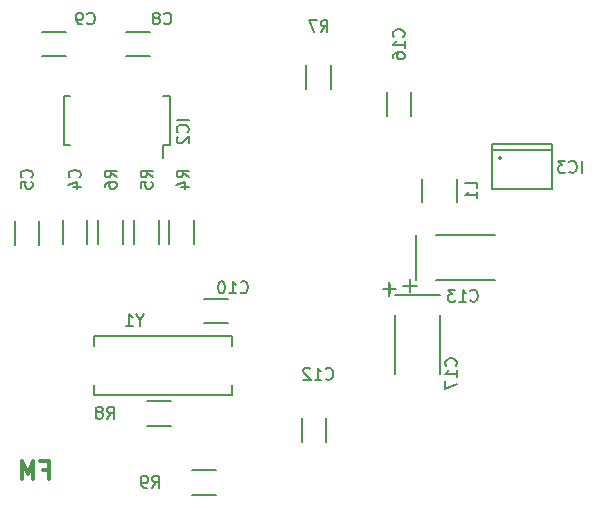
<source format=gbo>
G04 #@! TF.FileFunction,Legend,Bot*
%FSLAX45Y45*%
G04 Gerber Fmt 4.5, Leading zero omitted, Abs format (unit mm)*
G04 Created by KiCad (PCBNEW (2015-10-12 BZR 6264)-product) date Wed 14 Oct 2015 19:18:34 CEST*
%MOMM*%
G01*
G04 APERTURE LIST*
%ADD10C,0.100000*%
%ADD11C,0.300000*%
%ADD12C,0.150000*%
G04 APERTURE END LIST*
D10*
D11*
X339286Y-4064286D02*
X389286Y-4064286D01*
X389286Y-4142857D02*
X389286Y-3992857D01*
X317857Y-3992857D01*
X260714Y-4142857D02*
X260714Y-3992857D01*
X210714Y-4100000D01*
X160714Y-3992857D01*
X160714Y-4142857D01*
D12*
X717740Y-1954800D02*
X717740Y-2154800D01*
X512740Y-2154800D02*
X512740Y-1954800D01*
X310100Y-1964000D02*
X310100Y-2164000D01*
X105100Y-2164000D02*
X105100Y-1964000D01*
X1047400Y-361300D02*
X1247400Y-361300D01*
X1247400Y-566300D02*
X1047400Y-566300D01*
X336200Y-361300D02*
X536200Y-361300D01*
X536200Y-566300D02*
X336200Y-566300D01*
X1907800Y-2826900D02*
X1707800Y-2826900D01*
X1707800Y-2621900D02*
X1907800Y-2621900D01*
X2735800Y-3627700D02*
X2735800Y-3827700D01*
X2530800Y-3827700D02*
X2530800Y-3627700D01*
X3495884Y-2457192D02*
X3495884Y-2077208D01*
X4165936Y-2457192D02*
X3666064Y-2457192D01*
X4165682Y-2077208D02*
X3665810Y-2077208D01*
X3445592Y-2557522D02*
X3445592Y-2447540D01*
X3385648Y-2507484D02*
X3505536Y-2507484D01*
X3254700Y-1071800D02*
X3254700Y-871800D01*
X3459700Y-871800D02*
X3459700Y-1071800D01*
X3319608Y-2583684D02*
X3699592Y-2583684D01*
X3319608Y-3253736D02*
X3319608Y-2753864D01*
X3699592Y-3253482D02*
X3699592Y-2753610D01*
X3219278Y-2533392D02*
X3329260Y-2533392D01*
X3269316Y-2473448D02*
X3269316Y-2593336D01*
X1412740Y-1312300D02*
X1356990Y-1312300D01*
X1412740Y-897300D02*
X1356990Y-897300D01*
X517740Y-897300D02*
X573490Y-897300D01*
X517740Y-1312300D02*
X573490Y-1312300D01*
X1412740Y-1312300D02*
X1412740Y-897300D01*
X517740Y-1312300D02*
X517740Y-897300D01*
X1356990Y-1312300D02*
X1356990Y-1424800D01*
X4222200Y-1423800D02*
G75*
G03X4222200Y-1423800I-12700J0D01*
G01*
X4146000Y-1360300D02*
X4654000Y-1360300D01*
X4146000Y-1690500D02*
X4654000Y-1690500D01*
X4146000Y-1309500D02*
X4654000Y-1309500D01*
X4146000Y-1309500D02*
X4146000Y-1690500D01*
X4654000Y-1309500D02*
X4654000Y-1690500D01*
X3552500Y-1600000D02*
X3552500Y-1800000D01*
X3847500Y-1800000D02*
X3847500Y-1600000D01*
X1622740Y-2154800D02*
X1622740Y-1954800D01*
X1407740Y-1954800D02*
X1407740Y-2154800D01*
X1322740Y-2154800D02*
X1322740Y-1954800D01*
X1107740Y-1954800D02*
X1107740Y-2154800D01*
X1022740Y-2154800D02*
X1022740Y-1954800D01*
X807740Y-1954800D02*
X807740Y-2154800D01*
X2778900Y-843200D02*
X2778900Y-643200D01*
X2563900Y-643200D02*
X2563900Y-843200D01*
X1225200Y-3695500D02*
X1425200Y-3695500D01*
X1425200Y-3480500D02*
X1225200Y-3480500D01*
X1606200Y-4279700D02*
X1806200Y-4279700D01*
X1806200Y-4064700D02*
X1606200Y-4064700D01*
X775798Y-2931664D02*
X1945722Y-2931664D01*
X1945722Y-3431536D02*
X775798Y-3431536D01*
X1945722Y-2931664D02*
X1945722Y-3016500D01*
X1945722Y-3431536D02*
X1945722Y-3346700D01*
X775798Y-2931664D02*
X775798Y-3016500D01*
X775798Y-3431536D02*
X775798Y-3346700D01*
X649714Y-1590133D02*
X654476Y-1585371D01*
X659238Y-1571086D01*
X659238Y-1561562D01*
X654476Y-1547276D01*
X644952Y-1537752D01*
X635429Y-1532990D01*
X616381Y-1528229D01*
X602095Y-1528229D01*
X583048Y-1532990D01*
X573524Y-1537752D01*
X564000Y-1547276D01*
X559238Y-1561562D01*
X559238Y-1571086D01*
X564000Y-1585371D01*
X568762Y-1590133D01*
X592571Y-1675848D02*
X659238Y-1675848D01*
X554476Y-1652038D02*
X625905Y-1628229D01*
X625905Y-1690133D01*
X243314Y-1590133D02*
X248076Y-1585371D01*
X252838Y-1571086D01*
X252838Y-1561562D01*
X248076Y-1547276D01*
X238552Y-1537752D01*
X229029Y-1532990D01*
X209981Y-1528229D01*
X195695Y-1528229D01*
X176648Y-1532990D01*
X167124Y-1537752D01*
X157600Y-1547276D01*
X152838Y-1561562D01*
X152838Y-1571086D01*
X157600Y-1585371D01*
X162362Y-1590133D01*
X152838Y-1680610D02*
X152838Y-1632990D01*
X200457Y-1628229D01*
X195695Y-1632990D01*
X190933Y-1642514D01*
X190933Y-1666324D01*
X195695Y-1675848D01*
X200457Y-1680610D01*
X209981Y-1685371D01*
X233790Y-1685371D01*
X243314Y-1680610D01*
X248076Y-1675848D01*
X252838Y-1666324D01*
X252838Y-1642514D01*
X248076Y-1632990D01*
X243314Y-1628229D01*
X1366667Y-285714D02*
X1371429Y-290476D01*
X1385714Y-295238D01*
X1395238Y-295238D01*
X1409524Y-290476D01*
X1419048Y-280952D01*
X1423809Y-271429D01*
X1428571Y-252381D01*
X1428571Y-238095D01*
X1423809Y-219048D01*
X1419048Y-209524D01*
X1409524Y-200000D01*
X1395238Y-195238D01*
X1385714Y-195238D01*
X1371429Y-200000D01*
X1366667Y-204762D01*
X1309524Y-238095D02*
X1319048Y-233333D01*
X1323810Y-228571D01*
X1328571Y-219048D01*
X1328571Y-214286D01*
X1323810Y-204762D01*
X1319048Y-200000D01*
X1309524Y-195238D01*
X1290476Y-195238D01*
X1280952Y-200000D01*
X1276190Y-204762D01*
X1271429Y-214286D01*
X1271429Y-219048D01*
X1276190Y-228571D01*
X1280952Y-233333D01*
X1290476Y-238095D01*
X1309524Y-238095D01*
X1319048Y-242857D01*
X1323810Y-247619D01*
X1328571Y-257143D01*
X1328571Y-276191D01*
X1323810Y-285714D01*
X1319048Y-290476D01*
X1309524Y-295238D01*
X1290476Y-295238D01*
X1280952Y-290476D01*
X1276190Y-285714D01*
X1271429Y-276191D01*
X1271429Y-257143D01*
X1276190Y-247619D01*
X1280952Y-242857D01*
X1290476Y-238095D01*
X716667Y-285714D02*
X721428Y-290476D01*
X735714Y-295238D01*
X745238Y-295238D01*
X759524Y-290476D01*
X769048Y-280952D01*
X773809Y-271429D01*
X778571Y-252381D01*
X778571Y-238095D01*
X773809Y-219048D01*
X769048Y-209524D01*
X759524Y-200000D01*
X745238Y-195238D01*
X735714Y-195238D01*
X721428Y-200000D01*
X716667Y-204762D01*
X669048Y-295238D02*
X650000Y-295238D01*
X640476Y-290476D01*
X635714Y-285714D01*
X626190Y-271429D01*
X621429Y-252381D01*
X621429Y-214286D01*
X626190Y-204762D01*
X630952Y-200000D01*
X640476Y-195238D01*
X659524Y-195238D01*
X669048Y-200000D01*
X673810Y-204762D01*
X678571Y-214286D01*
X678571Y-238095D01*
X673810Y-247619D01*
X669048Y-252381D01*
X659524Y-257143D01*
X640476Y-257143D01*
X630952Y-252381D01*
X626190Y-247619D01*
X621429Y-238095D01*
X2014286Y-2560714D02*
X2019048Y-2565476D01*
X2033333Y-2570238D01*
X2042857Y-2570238D01*
X2057143Y-2565476D01*
X2066667Y-2555952D01*
X2071429Y-2546429D01*
X2076190Y-2527381D01*
X2076190Y-2513095D01*
X2071429Y-2494048D01*
X2066667Y-2484524D01*
X2057143Y-2475000D01*
X2042857Y-2470238D01*
X2033333Y-2470238D01*
X2019048Y-2475000D01*
X2014286Y-2479762D01*
X1919048Y-2570238D02*
X1976190Y-2570238D01*
X1947619Y-2570238D02*
X1947619Y-2470238D01*
X1957143Y-2484524D01*
X1966667Y-2494048D01*
X1976190Y-2498810D01*
X1857143Y-2470238D02*
X1847619Y-2470238D01*
X1838095Y-2475000D01*
X1833333Y-2479762D01*
X1828571Y-2489286D01*
X1823809Y-2508333D01*
X1823809Y-2532143D01*
X1828571Y-2551191D01*
X1833333Y-2560714D01*
X1838095Y-2565476D01*
X1847619Y-2570238D01*
X1857143Y-2570238D01*
X1866667Y-2565476D01*
X1871429Y-2560714D01*
X1876190Y-2551191D01*
X1880952Y-2532143D01*
X1880952Y-2508333D01*
X1876190Y-2489286D01*
X1871429Y-2479762D01*
X1866667Y-2475000D01*
X1857143Y-2470238D01*
X2735686Y-3293514D02*
X2740448Y-3298276D01*
X2754733Y-3303038D01*
X2764257Y-3303038D01*
X2778543Y-3298276D01*
X2788067Y-3288752D01*
X2792829Y-3279229D01*
X2797590Y-3260181D01*
X2797590Y-3245895D01*
X2792829Y-3226848D01*
X2788067Y-3217324D01*
X2778543Y-3207800D01*
X2764257Y-3203038D01*
X2754733Y-3203038D01*
X2740448Y-3207800D01*
X2735686Y-3212562D01*
X2640448Y-3303038D02*
X2697591Y-3303038D01*
X2669019Y-3303038D02*
X2669019Y-3203038D01*
X2678543Y-3217324D01*
X2688067Y-3226848D01*
X2697591Y-3231609D01*
X2602352Y-3212562D02*
X2597591Y-3207800D01*
X2588067Y-3203038D01*
X2564257Y-3203038D01*
X2554733Y-3207800D01*
X2549971Y-3212562D01*
X2545210Y-3222086D01*
X2545210Y-3231609D01*
X2549971Y-3245895D01*
X2607114Y-3303038D01*
X2545210Y-3303038D01*
X3960220Y-2632860D02*
X3964982Y-2637622D01*
X3979267Y-2642384D01*
X3988791Y-2642384D01*
X4003077Y-2637622D01*
X4012601Y-2628098D01*
X4017363Y-2618575D01*
X4022124Y-2599527D01*
X4022124Y-2585241D01*
X4017363Y-2566194D01*
X4012601Y-2556670D01*
X4003077Y-2547146D01*
X3988791Y-2542384D01*
X3979267Y-2542384D01*
X3964982Y-2547146D01*
X3960220Y-2551908D01*
X3864982Y-2642384D02*
X3922124Y-2642384D01*
X3893553Y-2642384D02*
X3893553Y-2542384D01*
X3903077Y-2556670D01*
X3912601Y-2566194D01*
X3922124Y-2570956D01*
X3831648Y-2542384D02*
X3769743Y-2542384D01*
X3803077Y-2580479D01*
X3788791Y-2580479D01*
X3779267Y-2585241D01*
X3774505Y-2590003D01*
X3769743Y-2599527D01*
X3769743Y-2623337D01*
X3774505Y-2632860D01*
X3779267Y-2637622D01*
X3788791Y-2642384D01*
X3817363Y-2642384D01*
X3826886Y-2637622D01*
X3831648Y-2632860D01*
X3483941Y-2514373D02*
X3407751Y-2514373D01*
X3445846Y-2552468D02*
X3445846Y-2476278D01*
X3392914Y-399514D02*
X3397676Y-394752D01*
X3402438Y-380467D01*
X3402438Y-370943D01*
X3397676Y-356657D01*
X3388152Y-347133D01*
X3378629Y-342371D01*
X3359581Y-337610D01*
X3345295Y-337610D01*
X3326248Y-342371D01*
X3316724Y-347133D01*
X3307200Y-356657D01*
X3302438Y-370943D01*
X3302438Y-380467D01*
X3307200Y-394752D01*
X3311962Y-399514D01*
X3402438Y-494752D02*
X3402438Y-437609D01*
X3402438Y-466181D02*
X3302438Y-466181D01*
X3316724Y-456657D01*
X3326248Y-447133D01*
X3331009Y-437609D01*
X3302438Y-580467D02*
X3302438Y-561419D01*
X3307200Y-551895D01*
X3311962Y-547133D01*
X3326248Y-537610D01*
X3345295Y-532848D01*
X3383390Y-532848D01*
X3392914Y-537610D01*
X3397676Y-542371D01*
X3402438Y-551895D01*
X3402438Y-570943D01*
X3397676Y-580467D01*
X3392914Y-585229D01*
X3383390Y-589991D01*
X3359581Y-589991D01*
X3350057Y-585229D01*
X3345295Y-580467D01*
X3340533Y-570943D01*
X3340533Y-551895D01*
X3345295Y-542371D01*
X3350057Y-537610D01*
X3359581Y-532848D01*
X3835714Y-3185714D02*
X3840476Y-3180952D01*
X3845238Y-3166667D01*
X3845238Y-3157143D01*
X3840476Y-3142857D01*
X3830952Y-3133333D01*
X3821429Y-3128571D01*
X3802381Y-3123809D01*
X3788095Y-3123809D01*
X3769048Y-3128571D01*
X3759524Y-3133333D01*
X3750000Y-3142857D01*
X3745238Y-3157143D01*
X3745238Y-3166667D01*
X3750000Y-3180952D01*
X3754762Y-3185714D01*
X3845238Y-3280952D02*
X3845238Y-3223809D01*
X3845238Y-3252381D02*
X3745238Y-3252381D01*
X3759524Y-3242857D01*
X3769048Y-3233333D01*
X3773809Y-3223809D01*
X3745238Y-3314286D02*
X3745238Y-3380952D01*
X3845238Y-3338095D01*
X3276713Y-2495551D02*
X3276713Y-2571741D01*
X3314808Y-2533646D02*
X3238618Y-2533646D01*
X1573638Y-1102781D02*
X1473638Y-1102781D01*
X1564114Y-1207543D02*
X1568876Y-1202781D01*
X1573638Y-1188495D01*
X1573638Y-1178972D01*
X1568876Y-1164686D01*
X1559352Y-1155162D01*
X1549829Y-1150400D01*
X1530781Y-1145638D01*
X1516495Y-1145638D01*
X1497448Y-1150400D01*
X1487924Y-1155162D01*
X1478400Y-1164686D01*
X1473638Y-1178972D01*
X1473638Y-1188495D01*
X1478400Y-1202781D01*
X1483162Y-1207543D01*
X1483162Y-1245638D02*
X1478400Y-1250400D01*
X1473638Y-1259924D01*
X1473638Y-1283733D01*
X1478400Y-1293257D01*
X1483162Y-1298019D01*
X1492686Y-1302781D01*
X1502209Y-1302781D01*
X1516495Y-1298019D01*
X1573638Y-1240876D01*
X1573638Y-1302781D01*
X4902619Y-1550438D02*
X4902619Y-1450438D01*
X4797857Y-1540914D02*
X4802619Y-1545676D01*
X4816905Y-1550438D01*
X4826429Y-1550438D01*
X4840714Y-1545676D01*
X4850238Y-1536152D01*
X4855000Y-1526629D01*
X4859762Y-1507581D01*
X4859762Y-1493295D01*
X4855000Y-1474248D01*
X4850238Y-1464724D01*
X4840714Y-1455200D01*
X4826429Y-1450438D01*
X4816905Y-1450438D01*
X4802619Y-1455200D01*
X4797857Y-1459962D01*
X4764524Y-1450438D02*
X4702619Y-1450438D01*
X4735952Y-1488533D01*
X4721667Y-1488533D01*
X4712143Y-1493295D01*
X4707381Y-1498057D01*
X4702619Y-1507581D01*
X4702619Y-1531390D01*
X4707381Y-1540914D01*
X4712143Y-1545676D01*
X4721667Y-1550438D01*
X4750238Y-1550438D01*
X4759762Y-1545676D01*
X4764524Y-1540914D01*
X4015238Y-1683333D02*
X4015238Y-1635714D01*
X3915238Y-1635714D01*
X4015238Y-1769048D02*
X4015238Y-1711905D01*
X4015238Y-1740476D02*
X3915238Y-1740476D01*
X3929524Y-1730952D01*
X3939048Y-1721429D01*
X3943809Y-1711905D01*
X1573638Y-1590133D02*
X1526019Y-1556800D01*
X1573638Y-1532990D02*
X1473638Y-1532990D01*
X1473638Y-1571086D01*
X1478400Y-1580610D01*
X1483162Y-1585371D01*
X1492686Y-1590133D01*
X1506971Y-1590133D01*
X1516495Y-1585371D01*
X1521257Y-1580610D01*
X1526019Y-1571086D01*
X1526019Y-1532990D01*
X1506971Y-1675848D02*
X1573638Y-1675848D01*
X1468876Y-1652038D02*
X1540305Y-1628229D01*
X1540305Y-1690133D01*
X1268838Y-1590133D02*
X1221219Y-1556800D01*
X1268838Y-1532990D02*
X1168838Y-1532990D01*
X1168838Y-1571086D01*
X1173600Y-1580610D01*
X1178362Y-1585371D01*
X1187886Y-1590133D01*
X1202171Y-1590133D01*
X1211695Y-1585371D01*
X1216457Y-1580610D01*
X1221219Y-1571086D01*
X1221219Y-1532990D01*
X1168838Y-1680610D02*
X1168838Y-1632990D01*
X1216457Y-1628229D01*
X1211695Y-1632990D01*
X1206933Y-1642514D01*
X1206933Y-1666324D01*
X1211695Y-1675848D01*
X1216457Y-1680610D01*
X1225981Y-1685371D01*
X1249791Y-1685371D01*
X1259314Y-1680610D01*
X1264076Y-1675848D01*
X1268838Y-1666324D01*
X1268838Y-1642514D01*
X1264076Y-1632990D01*
X1259314Y-1628229D01*
X964038Y-1590133D02*
X916419Y-1556800D01*
X964038Y-1532990D02*
X864038Y-1532990D01*
X864038Y-1571086D01*
X868800Y-1580610D01*
X873562Y-1585371D01*
X883086Y-1590133D01*
X897371Y-1590133D01*
X906895Y-1585371D01*
X911657Y-1580610D01*
X916419Y-1571086D01*
X916419Y-1532990D01*
X864038Y-1675848D02*
X864038Y-1656800D01*
X868800Y-1647276D01*
X873562Y-1642514D01*
X887848Y-1632990D01*
X906895Y-1628229D01*
X944990Y-1628229D01*
X954514Y-1632990D01*
X959276Y-1637752D01*
X964038Y-1647276D01*
X964038Y-1666324D01*
X959276Y-1675848D01*
X954514Y-1680610D01*
X944990Y-1685371D01*
X921181Y-1685371D01*
X911657Y-1680610D01*
X906895Y-1675848D01*
X902133Y-1666324D01*
X902133Y-1647276D01*
X906895Y-1637752D01*
X911657Y-1632990D01*
X921181Y-1628229D01*
X2691667Y-360238D02*
X2725000Y-312619D01*
X2748810Y-360238D02*
X2748810Y-260238D01*
X2710714Y-260238D01*
X2701190Y-265000D01*
X2696429Y-269762D01*
X2691667Y-279286D01*
X2691667Y-293571D01*
X2696429Y-303095D01*
X2701190Y-307857D01*
X2710714Y-312619D01*
X2748810Y-312619D01*
X2658333Y-260238D02*
X2591667Y-260238D01*
X2634524Y-360238D01*
X884667Y-3633238D02*
X918000Y-3585619D01*
X941809Y-3633238D02*
X941809Y-3533238D01*
X903714Y-3533238D01*
X894190Y-3538000D01*
X889428Y-3542762D01*
X884667Y-3552286D01*
X884667Y-3566571D01*
X889428Y-3576095D01*
X894190Y-3580857D01*
X903714Y-3585619D01*
X941809Y-3585619D01*
X827524Y-3576095D02*
X837048Y-3571333D01*
X841809Y-3566571D01*
X846571Y-3557048D01*
X846571Y-3552286D01*
X841809Y-3542762D01*
X837048Y-3538000D01*
X827524Y-3533238D01*
X808476Y-3533238D01*
X798952Y-3538000D01*
X794190Y-3542762D01*
X789428Y-3552286D01*
X789428Y-3557048D01*
X794190Y-3566571D01*
X798952Y-3571333D01*
X808476Y-3576095D01*
X827524Y-3576095D01*
X837048Y-3580857D01*
X841809Y-3585619D01*
X846571Y-3595143D01*
X846571Y-3614190D01*
X841809Y-3623714D01*
X837048Y-3628476D01*
X827524Y-3633238D01*
X808476Y-3633238D01*
X798952Y-3628476D01*
X794190Y-3623714D01*
X789428Y-3614190D01*
X789428Y-3595143D01*
X794190Y-3585619D01*
X798952Y-3580857D01*
X808476Y-3576095D01*
X1265667Y-4217438D02*
X1299000Y-4169819D01*
X1322810Y-4217438D02*
X1322810Y-4117438D01*
X1284714Y-4117438D01*
X1275190Y-4122200D01*
X1270429Y-4126962D01*
X1265667Y-4136486D01*
X1265667Y-4150771D01*
X1270429Y-4160295D01*
X1275190Y-4165057D01*
X1284714Y-4169819D01*
X1322810Y-4169819D01*
X1218048Y-4217438D02*
X1199000Y-4217438D01*
X1189476Y-4212676D01*
X1184714Y-4207914D01*
X1175190Y-4193629D01*
X1170429Y-4174581D01*
X1170429Y-4136486D01*
X1175190Y-4126962D01*
X1179952Y-4122200D01*
X1189476Y-4117438D01*
X1208524Y-4117438D01*
X1218048Y-4122200D01*
X1222810Y-4126962D01*
X1227571Y-4136486D01*
X1227571Y-4160295D01*
X1222810Y-4169819D01*
X1218048Y-4174581D01*
X1208524Y-4179343D01*
X1189476Y-4179343D01*
X1179952Y-4174581D01*
X1175190Y-4169819D01*
X1170429Y-4160295D01*
X1162619Y-2797619D02*
X1162619Y-2845238D01*
X1195952Y-2745238D02*
X1162619Y-2797619D01*
X1129286Y-2745238D01*
X1043571Y-2845238D02*
X1100714Y-2845238D01*
X1072143Y-2845238D02*
X1072143Y-2745238D01*
X1081667Y-2759524D01*
X1091191Y-2769048D01*
X1100714Y-2773810D01*
M02*

</source>
